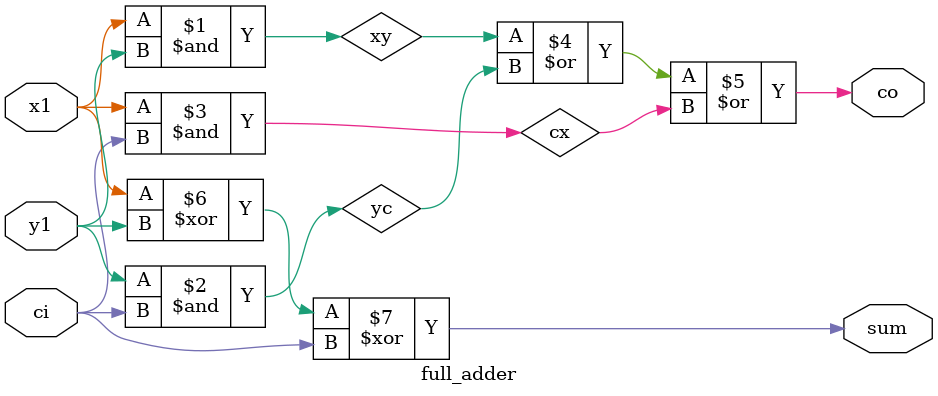
<source format=v>
module adder_gate(x, y, carry, out);
input [7:0] x, y;
output carry;
output [7:0] out;


/*Write your code here*/
    wire c1,c2,c3,c4,c5,c6,c7,c8;
    reg cin= 0;
    full_adder fa1(x[0],y[0],cin,out[0],c1);
    full_adder fa2(x[1],y[1],c1,out[1],c2);
    full_adder fa3(x[2],y[2],c2,out[2],c3);
    full_adder fa4(x[3],y[3],c3,out[3],c4);
    full_adder fa5(x[4],y[4],c4,out[4],c5);
    full_adder fa6(x[5],y[5],c5,out[5],c6);
    full_adder fa7(x[6],y[6],c6,out[6],c7);
    full_adder fa8(x[7],y[7],c7,out[7],carry);


/*End of code*/

endmodule

module full_adder(x1,y1,ci,sum,co);
    input x1, y1, ci;
    output co,sum;
    wire xy,yc,cx;

    and #1 g0(xy, x1, y1);
    and #1 g1(yc, y1, ci);
    and #1 g2(cx, x1, ci);
    or #1 g3(co, xy, yc, cx);
    xor #1 g4(sum, x1,y1, ci);

endmodule


</source>
